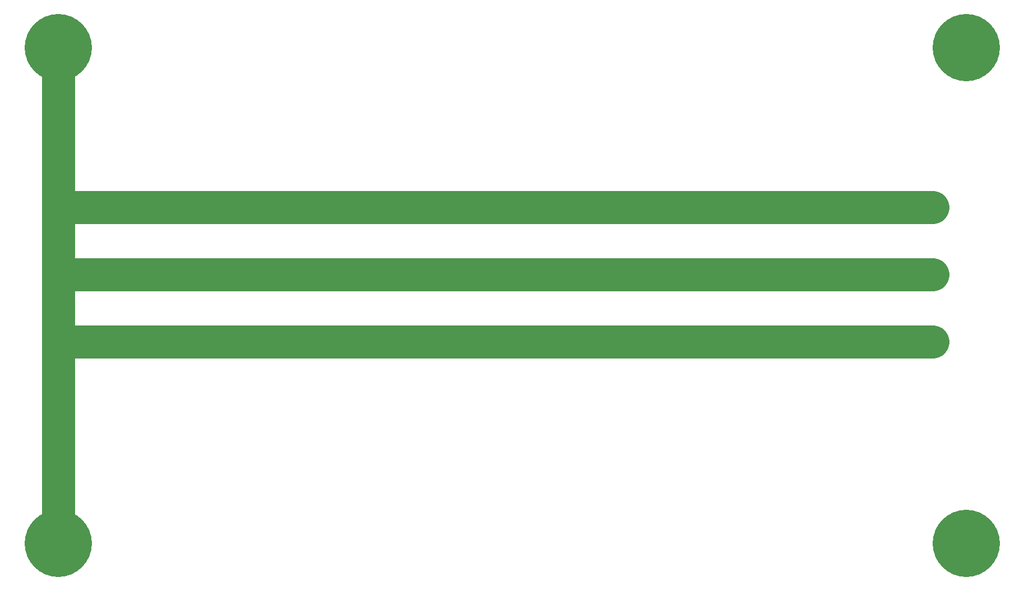
<source format=gbr>
G04 #@! TF.GenerationSoftware,KiCad,Pcbnew,(5.1.2)-1*
G04 #@! TF.CreationDate,2019-05-07T06:50:58+02:00*
G04 #@! TF.ProjectId,SBD electrode by JLCPCB,53424420-656c-4656-9374-726f64652062,rev?*
G04 #@! TF.SameCoordinates,Original*
G04 #@! TF.FileFunction,Copper,L2,Bot*
G04 #@! TF.FilePolarity,Positive*
%FSLAX46Y46*%
G04 Gerber Fmt 4.6, Leading zero omitted, Abs format (unit mm)*
G04 Created by KiCad (PCBNEW (5.1.2)-1) date 2019-05-07 06:50:58*
%MOMM*%
%LPD*%
G04 APERTURE LIST*
%ADD10C,10.160000*%
%ADD11C,5.000000*%
G04 APERTURE END LIST*
D10*
X194310000Y-123190000D03*
X57150000Y-123190000D03*
X194310000Y-48260000D03*
X57150000Y-48260000D03*
D11*
X57150000Y-72390000D02*
X189230000Y-72390000D01*
X57150000Y-48260000D02*
X57150000Y-72390000D01*
X57150000Y-82550000D02*
X189230000Y-82550000D01*
X57150000Y-72390000D02*
X57150000Y-82550000D01*
X57150000Y-92710000D02*
X189230000Y-92710000D01*
X57150000Y-92710000D02*
X57150000Y-123190000D01*
X57150000Y-82550000D02*
X57150000Y-92710000D01*
M02*

</source>
